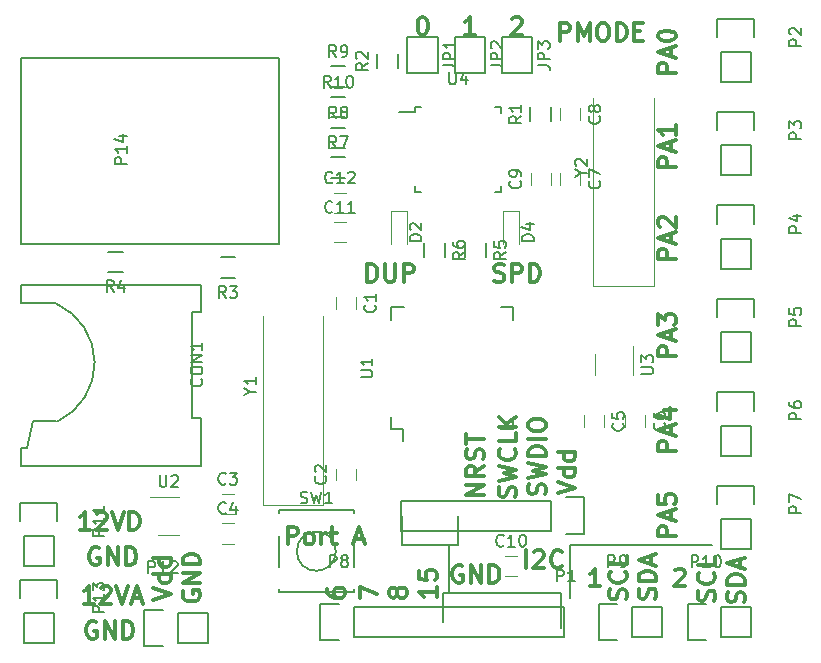
<source format=gbr>
G04 #@! TF.FileFunction,Legend,Top*
%FSLAX46Y46*%
G04 Gerber Fmt 4.6, Leading zero omitted, Abs format (unit mm)*
G04 Created by KiCad (PCBNEW 4.0.6-e0-6349~53~ubuntu16.04.1) date Mon Jul 24 21:03:44 2017*
%MOMM*%
%LPD*%
G01*
G04 APERTURE LIST*
%ADD10C,0.100000*%
%ADD11C,0.300000*%
%ADD12C,0.200000*%
%ADD13C,0.150000*%
%ADD14C,0.120000*%
G04 APERTURE END LIST*
D10*
D11*
X70071429Y-42607143D02*
X70285715Y-42678571D01*
X70642858Y-42678571D01*
X70785715Y-42607143D01*
X70857144Y-42535714D01*
X70928572Y-42392857D01*
X70928572Y-42250000D01*
X70857144Y-42107143D01*
X70785715Y-42035714D01*
X70642858Y-41964286D01*
X70357144Y-41892857D01*
X70214286Y-41821429D01*
X70142858Y-41750000D01*
X70071429Y-41607143D01*
X70071429Y-41464286D01*
X70142858Y-41321429D01*
X70214286Y-41250000D01*
X70357144Y-41178571D01*
X70714286Y-41178571D01*
X70928572Y-41250000D01*
X71571429Y-42678571D02*
X71571429Y-41178571D01*
X72142857Y-41178571D01*
X72285715Y-41250000D01*
X72357143Y-41321429D01*
X72428572Y-41464286D01*
X72428572Y-41678571D01*
X72357143Y-41821429D01*
X72285715Y-41892857D01*
X72142857Y-41964286D01*
X71571429Y-41964286D01*
X73071429Y-42678571D02*
X73071429Y-41178571D01*
X73428572Y-41178571D01*
X73642857Y-41250000D01*
X73785715Y-41392857D01*
X73857143Y-41535714D01*
X73928572Y-41821429D01*
X73928572Y-42035714D01*
X73857143Y-42321429D01*
X73785715Y-42464286D01*
X73642857Y-42607143D01*
X73428572Y-42678571D01*
X73071429Y-42678571D01*
X59321429Y-42678571D02*
X59321429Y-41178571D01*
X59678572Y-41178571D01*
X59892857Y-41250000D01*
X60035715Y-41392857D01*
X60107143Y-41535714D01*
X60178572Y-41821429D01*
X60178572Y-42035714D01*
X60107143Y-42321429D01*
X60035715Y-42464286D01*
X59892857Y-42607143D01*
X59678572Y-42678571D01*
X59321429Y-42678571D01*
X60821429Y-41178571D02*
X60821429Y-42392857D01*
X60892857Y-42535714D01*
X60964286Y-42607143D01*
X61107143Y-42678571D01*
X61392857Y-42678571D01*
X61535715Y-42607143D01*
X61607143Y-42535714D01*
X61678572Y-42392857D01*
X61678572Y-41178571D01*
X62392858Y-42678571D02*
X62392858Y-41178571D01*
X62964286Y-41178571D01*
X63107144Y-41250000D01*
X63178572Y-41321429D01*
X63250001Y-41464286D01*
X63250001Y-41678571D01*
X63178572Y-41821429D01*
X63107144Y-41892857D01*
X62964286Y-41964286D01*
X62392858Y-41964286D01*
X43750000Y-68892857D02*
X43678571Y-69035714D01*
X43678571Y-69250000D01*
X43750000Y-69464285D01*
X43892857Y-69607143D01*
X44035714Y-69678571D01*
X44321429Y-69750000D01*
X44535714Y-69750000D01*
X44821429Y-69678571D01*
X44964286Y-69607143D01*
X45107143Y-69464285D01*
X45178571Y-69250000D01*
X45178571Y-69107143D01*
X45107143Y-68892857D01*
X45035714Y-68821428D01*
X44535714Y-68821428D01*
X44535714Y-69107143D01*
X45178571Y-68178571D02*
X43678571Y-68178571D01*
X45178571Y-67321428D01*
X43678571Y-67321428D01*
X45178571Y-66607142D02*
X43678571Y-66607142D01*
X43678571Y-66249999D01*
X43750000Y-66035714D01*
X43892857Y-65892856D01*
X44035714Y-65821428D01*
X44321429Y-65749999D01*
X44535714Y-65749999D01*
X44821429Y-65821428D01*
X44964286Y-65892856D01*
X45107143Y-66035714D01*
X45178571Y-66249999D01*
X45178571Y-66607142D01*
X41178571Y-69607143D02*
X42678571Y-69107143D01*
X41178571Y-68607143D01*
X42678571Y-67464286D02*
X41178571Y-67464286D01*
X42607143Y-67464286D02*
X42678571Y-67607143D01*
X42678571Y-67892857D01*
X42607143Y-68035715D01*
X42535714Y-68107143D01*
X42392857Y-68178572D01*
X41964286Y-68178572D01*
X41821429Y-68107143D01*
X41750000Y-68035715D01*
X41678571Y-67892857D01*
X41678571Y-67607143D01*
X41750000Y-67464286D01*
X42678571Y-66107143D02*
X41178571Y-66107143D01*
X42607143Y-66107143D02*
X42678571Y-66250000D01*
X42678571Y-66535714D01*
X42607143Y-66678572D01*
X42535714Y-66750000D01*
X42392857Y-66821429D01*
X41964286Y-66821429D01*
X41821429Y-66750000D01*
X41750000Y-66678572D01*
X41678571Y-66535714D01*
X41678571Y-66250000D01*
X41750000Y-66107143D01*
X36357143Y-71500000D02*
X36214286Y-71428571D01*
X36000000Y-71428571D01*
X35785715Y-71500000D01*
X35642857Y-71642857D01*
X35571429Y-71785714D01*
X35500000Y-72071429D01*
X35500000Y-72285714D01*
X35571429Y-72571429D01*
X35642857Y-72714286D01*
X35785715Y-72857143D01*
X36000000Y-72928571D01*
X36142857Y-72928571D01*
X36357143Y-72857143D01*
X36428572Y-72785714D01*
X36428572Y-72285714D01*
X36142857Y-72285714D01*
X37071429Y-72928571D02*
X37071429Y-71428571D01*
X37928572Y-72928571D01*
X37928572Y-71428571D01*
X38642858Y-72928571D02*
X38642858Y-71428571D01*
X39000001Y-71428571D01*
X39214286Y-71500000D01*
X39357144Y-71642857D01*
X39428572Y-71785714D01*
X39500001Y-72071429D01*
X39500001Y-72285714D01*
X39428572Y-72571429D01*
X39357144Y-72714286D01*
X39214286Y-72857143D01*
X39000001Y-72928571D01*
X38642858Y-72928571D01*
X36178572Y-69928571D02*
X35321429Y-69928571D01*
X35750001Y-69928571D02*
X35750001Y-68428571D01*
X35607144Y-68642857D01*
X35464286Y-68785714D01*
X35321429Y-68857143D01*
X36750000Y-68571429D02*
X36821429Y-68500000D01*
X36964286Y-68428571D01*
X37321429Y-68428571D01*
X37464286Y-68500000D01*
X37535715Y-68571429D01*
X37607143Y-68714286D01*
X37607143Y-68857143D01*
X37535715Y-69071429D01*
X36678572Y-69928571D01*
X37607143Y-69928571D01*
X38035714Y-68428571D02*
X38535714Y-69928571D01*
X39035714Y-68428571D01*
X39464285Y-69500000D02*
X40178571Y-69500000D01*
X39321428Y-69928571D02*
X39821428Y-68428571D01*
X40321428Y-69928571D01*
X36607143Y-65250000D02*
X36464286Y-65178571D01*
X36250000Y-65178571D01*
X36035715Y-65250000D01*
X35892857Y-65392857D01*
X35821429Y-65535714D01*
X35750000Y-65821429D01*
X35750000Y-66035714D01*
X35821429Y-66321429D01*
X35892857Y-66464286D01*
X36035715Y-66607143D01*
X36250000Y-66678571D01*
X36392857Y-66678571D01*
X36607143Y-66607143D01*
X36678572Y-66535714D01*
X36678572Y-66035714D01*
X36392857Y-66035714D01*
X37321429Y-66678571D02*
X37321429Y-65178571D01*
X38178572Y-66678571D01*
X38178572Y-65178571D01*
X38892858Y-66678571D02*
X38892858Y-65178571D01*
X39250001Y-65178571D01*
X39464286Y-65250000D01*
X39607144Y-65392857D01*
X39678572Y-65535714D01*
X39750001Y-65821429D01*
X39750001Y-66035714D01*
X39678572Y-66321429D01*
X39607144Y-66464286D01*
X39464286Y-66607143D01*
X39250001Y-66678571D01*
X38892858Y-66678571D01*
X35821429Y-63678571D02*
X34964286Y-63678571D01*
X35392858Y-63678571D02*
X35392858Y-62178571D01*
X35250001Y-62392857D01*
X35107143Y-62535714D01*
X34964286Y-62607143D01*
X36392857Y-62321429D02*
X36464286Y-62250000D01*
X36607143Y-62178571D01*
X36964286Y-62178571D01*
X37107143Y-62250000D01*
X37178572Y-62321429D01*
X37250000Y-62464286D01*
X37250000Y-62607143D01*
X37178572Y-62821429D01*
X36321429Y-63678571D01*
X37250000Y-63678571D01*
X37678571Y-62178571D02*
X38178571Y-63678571D01*
X38678571Y-62178571D01*
X39178571Y-63678571D02*
X39178571Y-62178571D01*
X39535714Y-62178571D01*
X39749999Y-62250000D01*
X39892857Y-62392857D01*
X39964285Y-62535714D01*
X40035714Y-62821429D01*
X40035714Y-63035714D01*
X39964285Y-63321429D01*
X39892857Y-63464286D01*
X39749999Y-63607143D01*
X39535714Y-63678571D01*
X39178571Y-63678571D01*
X85428571Y-64249999D02*
X83928571Y-64249999D01*
X83928571Y-63678571D01*
X84000000Y-63535713D01*
X84071429Y-63464285D01*
X84214286Y-63392856D01*
X84428571Y-63392856D01*
X84571429Y-63464285D01*
X84642857Y-63535713D01*
X84714286Y-63678571D01*
X84714286Y-64249999D01*
X85000000Y-62821428D02*
X85000000Y-62107142D01*
X85428571Y-62964285D02*
X83928571Y-62464285D01*
X85428571Y-61964285D01*
X83928571Y-60749999D02*
X83928571Y-61464285D01*
X84642857Y-61535714D01*
X84571429Y-61464285D01*
X84500000Y-61321428D01*
X84500000Y-60964285D01*
X84571429Y-60821428D01*
X84642857Y-60749999D01*
X84785714Y-60678571D01*
X85142857Y-60678571D01*
X85285714Y-60749999D01*
X85357143Y-60821428D01*
X85428571Y-60964285D01*
X85428571Y-61321428D01*
X85357143Y-61464285D01*
X85285714Y-61535714D01*
X85428571Y-56999999D02*
X83928571Y-56999999D01*
X83928571Y-56428571D01*
X84000000Y-56285713D01*
X84071429Y-56214285D01*
X84214286Y-56142856D01*
X84428571Y-56142856D01*
X84571429Y-56214285D01*
X84642857Y-56285713D01*
X84714286Y-56428571D01*
X84714286Y-56999999D01*
X85000000Y-55571428D02*
X85000000Y-54857142D01*
X85428571Y-55714285D02*
X83928571Y-55214285D01*
X85428571Y-54714285D01*
X84428571Y-53571428D02*
X85428571Y-53571428D01*
X83857143Y-53928571D02*
X84928571Y-54285714D01*
X84928571Y-53357142D01*
X85428571Y-48999999D02*
X83928571Y-48999999D01*
X83928571Y-48428571D01*
X84000000Y-48285713D01*
X84071429Y-48214285D01*
X84214286Y-48142856D01*
X84428571Y-48142856D01*
X84571429Y-48214285D01*
X84642857Y-48285713D01*
X84714286Y-48428571D01*
X84714286Y-48999999D01*
X85000000Y-47571428D02*
X85000000Y-46857142D01*
X85428571Y-47714285D02*
X83928571Y-47214285D01*
X85428571Y-46714285D01*
X83928571Y-46357142D02*
X83928571Y-45428571D01*
X84500000Y-45928571D01*
X84500000Y-45714285D01*
X84571429Y-45571428D01*
X84642857Y-45499999D01*
X84785714Y-45428571D01*
X85142857Y-45428571D01*
X85285714Y-45499999D01*
X85357143Y-45571428D01*
X85428571Y-45714285D01*
X85428571Y-46142857D01*
X85357143Y-46285714D01*
X85285714Y-46357142D01*
X85428571Y-40749999D02*
X83928571Y-40749999D01*
X83928571Y-40178571D01*
X84000000Y-40035713D01*
X84071429Y-39964285D01*
X84214286Y-39892856D01*
X84428571Y-39892856D01*
X84571429Y-39964285D01*
X84642857Y-40035713D01*
X84714286Y-40178571D01*
X84714286Y-40749999D01*
X85000000Y-39321428D02*
X85000000Y-38607142D01*
X85428571Y-39464285D02*
X83928571Y-38964285D01*
X85428571Y-38464285D01*
X84071429Y-38035714D02*
X84000000Y-37964285D01*
X83928571Y-37821428D01*
X83928571Y-37464285D01*
X84000000Y-37321428D01*
X84071429Y-37249999D01*
X84214286Y-37178571D01*
X84357143Y-37178571D01*
X84571429Y-37249999D01*
X85428571Y-38107142D01*
X85428571Y-37178571D01*
X85428571Y-32999999D02*
X83928571Y-32999999D01*
X83928571Y-32428571D01*
X84000000Y-32285713D01*
X84071429Y-32214285D01*
X84214286Y-32142856D01*
X84428571Y-32142856D01*
X84571429Y-32214285D01*
X84642857Y-32285713D01*
X84714286Y-32428571D01*
X84714286Y-32999999D01*
X85000000Y-31571428D02*
X85000000Y-30857142D01*
X85428571Y-31714285D02*
X83928571Y-31214285D01*
X85428571Y-30714285D01*
X85428571Y-29428571D02*
X85428571Y-30285714D01*
X85428571Y-29857142D02*
X83928571Y-29857142D01*
X84142857Y-29999999D01*
X84285714Y-30142857D01*
X84357143Y-30285714D01*
X85428571Y-24999999D02*
X83928571Y-24999999D01*
X83928571Y-24428571D01*
X84000000Y-24285713D01*
X84071429Y-24214285D01*
X84214286Y-24142856D01*
X84428571Y-24142856D01*
X84571429Y-24214285D01*
X84642857Y-24285713D01*
X84714286Y-24428571D01*
X84714286Y-24999999D01*
X85000000Y-23571428D02*
X85000000Y-22857142D01*
X85428571Y-23714285D02*
X83928571Y-23214285D01*
X85428571Y-22714285D01*
X83928571Y-21928571D02*
X83928571Y-21785714D01*
X84000000Y-21642857D01*
X84071429Y-21571428D01*
X84214286Y-21499999D01*
X84500000Y-21428571D01*
X84857143Y-21428571D01*
X85142857Y-21499999D01*
X85285714Y-21571428D01*
X85357143Y-21642857D01*
X85428571Y-21785714D01*
X85428571Y-21928571D01*
X85357143Y-22071428D01*
X85285714Y-22142857D01*
X85142857Y-22214285D01*
X84857143Y-22285714D01*
X84500000Y-22285714D01*
X84214286Y-22214285D01*
X84071429Y-22142857D01*
X84000000Y-22071428D01*
X83928571Y-21928571D01*
D12*
X66250000Y-65000000D02*
X66250000Y-69000000D01*
D11*
X65178571Y-68535714D02*
X65178571Y-69392857D01*
X65178571Y-68964285D02*
X63678571Y-68964285D01*
X63892857Y-69107142D01*
X64035714Y-69250000D01*
X64107143Y-69392857D01*
X63678571Y-67178571D02*
X63678571Y-67892857D01*
X64392857Y-67964286D01*
X64321429Y-67892857D01*
X64250000Y-67750000D01*
X64250000Y-67392857D01*
X64321429Y-67250000D01*
X64392857Y-67178571D01*
X64535714Y-67107143D01*
X64892857Y-67107143D01*
X65035714Y-67178571D01*
X65107143Y-67250000D01*
X65178571Y-67392857D01*
X65178571Y-67750000D01*
X65107143Y-67892857D01*
X65035714Y-67964286D01*
X61821429Y-69142856D02*
X61750000Y-69285714D01*
X61678571Y-69357142D01*
X61535714Y-69428571D01*
X61464286Y-69428571D01*
X61321429Y-69357142D01*
X61250000Y-69285714D01*
X61178571Y-69142856D01*
X61178571Y-68857142D01*
X61250000Y-68714285D01*
X61321429Y-68642856D01*
X61464286Y-68571428D01*
X61535714Y-68571428D01*
X61678571Y-68642856D01*
X61750000Y-68714285D01*
X61821429Y-68857142D01*
X61821429Y-69142856D01*
X61892857Y-69285714D01*
X61964286Y-69357142D01*
X62107143Y-69428571D01*
X62392857Y-69428571D01*
X62535714Y-69357142D01*
X62607143Y-69285714D01*
X62678571Y-69142856D01*
X62678571Y-68857142D01*
X62607143Y-68714285D01*
X62535714Y-68642856D01*
X62392857Y-68571428D01*
X62107143Y-68571428D01*
X61964286Y-68642856D01*
X61892857Y-68714285D01*
X61821429Y-68857142D01*
X58678571Y-69499999D02*
X58678571Y-68499999D01*
X60178571Y-69142856D01*
X55928571Y-68714285D02*
X55928571Y-68999999D01*
X56000000Y-69142856D01*
X56071429Y-69214285D01*
X56285714Y-69357142D01*
X56571429Y-69428571D01*
X57142857Y-69428571D01*
X57285714Y-69357142D01*
X57357143Y-69285714D01*
X57428571Y-69142856D01*
X57428571Y-68857142D01*
X57357143Y-68714285D01*
X57285714Y-68642856D01*
X57142857Y-68571428D01*
X56785714Y-68571428D01*
X56642857Y-68642856D01*
X56571429Y-68714285D01*
X56500000Y-68857142D01*
X56500000Y-69142856D01*
X56571429Y-69285714D01*
X56642857Y-69357142D01*
X56785714Y-69428571D01*
X52571429Y-64928571D02*
X52571429Y-63428571D01*
X53142857Y-63428571D01*
X53285715Y-63500000D01*
X53357143Y-63571429D01*
X53428572Y-63714286D01*
X53428572Y-63928571D01*
X53357143Y-64071429D01*
X53285715Y-64142857D01*
X53142857Y-64214286D01*
X52571429Y-64214286D01*
X54285715Y-64928571D02*
X54142857Y-64857143D01*
X54071429Y-64785714D01*
X54000000Y-64642857D01*
X54000000Y-64214286D01*
X54071429Y-64071429D01*
X54142857Y-64000000D01*
X54285715Y-63928571D01*
X54500000Y-63928571D01*
X54642857Y-64000000D01*
X54714286Y-64071429D01*
X54785715Y-64214286D01*
X54785715Y-64642857D01*
X54714286Y-64785714D01*
X54642857Y-64857143D01*
X54500000Y-64928571D01*
X54285715Y-64928571D01*
X55428572Y-64928571D02*
X55428572Y-63928571D01*
X55428572Y-64214286D02*
X55500000Y-64071429D01*
X55571429Y-64000000D01*
X55714286Y-63928571D01*
X55857143Y-63928571D01*
X56142857Y-63928571D02*
X56714286Y-63928571D01*
X56357143Y-63428571D02*
X56357143Y-64714286D01*
X56428571Y-64857143D01*
X56571429Y-64928571D01*
X56714286Y-64928571D01*
X58285714Y-64500000D02*
X59000000Y-64500000D01*
X58142857Y-64928571D02*
X58642857Y-63428571D01*
X59142857Y-64928571D01*
D12*
X67000000Y-65000000D02*
X67000000Y-62500000D01*
X62250000Y-65000000D02*
X67000000Y-65000000D01*
X62250000Y-62500000D02*
X62250000Y-65000000D01*
D11*
X69178571Y-60714285D02*
X67678571Y-60714285D01*
X69178571Y-59857142D01*
X67678571Y-59857142D01*
X69178571Y-58285713D02*
X68464286Y-58785713D01*
X69178571Y-59142856D02*
X67678571Y-59142856D01*
X67678571Y-58571428D01*
X67750000Y-58428570D01*
X67821429Y-58357142D01*
X67964286Y-58285713D01*
X68178571Y-58285713D01*
X68321429Y-58357142D01*
X68392857Y-58428570D01*
X68464286Y-58571428D01*
X68464286Y-59142856D01*
X69107143Y-57714285D02*
X69178571Y-57499999D01*
X69178571Y-57142856D01*
X69107143Y-56999999D01*
X69035714Y-56928570D01*
X68892857Y-56857142D01*
X68750000Y-56857142D01*
X68607143Y-56928570D01*
X68535714Y-56999999D01*
X68464286Y-57142856D01*
X68392857Y-57428570D01*
X68321429Y-57571428D01*
X68250000Y-57642856D01*
X68107143Y-57714285D01*
X67964286Y-57714285D01*
X67821429Y-57642856D01*
X67750000Y-57571428D01*
X67678571Y-57428570D01*
X67678571Y-57071428D01*
X67750000Y-56857142D01*
X67678571Y-56428571D02*
X67678571Y-55571428D01*
X69178571Y-55999999D02*
X67678571Y-55999999D01*
X71857143Y-60892857D02*
X71928571Y-60678571D01*
X71928571Y-60321428D01*
X71857143Y-60178571D01*
X71785714Y-60107142D01*
X71642857Y-60035714D01*
X71500000Y-60035714D01*
X71357143Y-60107142D01*
X71285714Y-60178571D01*
X71214286Y-60321428D01*
X71142857Y-60607142D01*
X71071429Y-60750000D01*
X71000000Y-60821428D01*
X70857143Y-60892857D01*
X70714286Y-60892857D01*
X70571429Y-60821428D01*
X70500000Y-60750000D01*
X70428571Y-60607142D01*
X70428571Y-60250000D01*
X70500000Y-60035714D01*
X70428571Y-59535714D02*
X71928571Y-59178571D01*
X70857143Y-58892857D01*
X71928571Y-58607143D01*
X70428571Y-58250000D01*
X71785714Y-56821428D02*
X71857143Y-56892857D01*
X71928571Y-57107143D01*
X71928571Y-57250000D01*
X71857143Y-57464285D01*
X71714286Y-57607143D01*
X71571429Y-57678571D01*
X71285714Y-57750000D01*
X71071429Y-57750000D01*
X70785714Y-57678571D01*
X70642857Y-57607143D01*
X70500000Y-57464285D01*
X70428571Y-57250000D01*
X70428571Y-57107143D01*
X70500000Y-56892857D01*
X70571429Y-56821428D01*
X71928571Y-55464285D02*
X71928571Y-56178571D01*
X70428571Y-56178571D01*
X71928571Y-54964285D02*
X70428571Y-54964285D01*
X71928571Y-54107142D02*
X71071429Y-54749999D01*
X70428571Y-54107142D02*
X71285714Y-54964285D01*
X74357143Y-60678572D02*
X74428571Y-60464286D01*
X74428571Y-60107143D01*
X74357143Y-59964286D01*
X74285714Y-59892857D01*
X74142857Y-59821429D01*
X74000000Y-59821429D01*
X73857143Y-59892857D01*
X73785714Y-59964286D01*
X73714286Y-60107143D01*
X73642857Y-60392857D01*
X73571429Y-60535715D01*
X73500000Y-60607143D01*
X73357143Y-60678572D01*
X73214286Y-60678572D01*
X73071429Y-60607143D01*
X73000000Y-60535715D01*
X72928571Y-60392857D01*
X72928571Y-60035715D01*
X73000000Y-59821429D01*
X72928571Y-59321429D02*
X74428571Y-58964286D01*
X73357143Y-58678572D01*
X74428571Y-58392858D01*
X72928571Y-58035715D01*
X74428571Y-57464286D02*
X72928571Y-57464286D01*
X72928571Y-57107143D01*
X73000000Y-56892858D01*
X73142857Y-56750000D01*
X73285714Y-56678572D01*
X73571429Y-56607143D01*
X73785714Y-56607143D01*
X74071429Y-56678572D01*
X74214286Y-56750000D01*
X74357143Y-56892858D01*
X74428571Y-57107143D01*
X74428571Y-57464286D01*
X74428571Y-55964286D02*
X72928571Y-55964286D01*
X72928571Y-54964286D02*
X72928571Y-54678572D01*
X73000000Y-54535714D01*
X73142857Y-54392857D01*
X73428571Y-54321429D01*
X73928571Y-54321429D01*
X74214286Y-54392857D01*
X74357143Y-54535714D01*
X74428571Y-54678572D01*
X74428571Y-54964286D01*
X74357143Y-55107143D01*
X74214286Y-55250000D01*
X73928571Y-55321429D01*
X73428571Y-55321429D01*
X73142857Y-55250000D01*
X73000000Y-55107143D01*
X72928571Y-54964286D01*
X75428571Y-60607143D02*
X76928571Y-60107143D01*
X75428571Y-59607143D01*
X76928571Y-58464286D02*
X75428571Y-58464286D01*
X76857143Y-58464286D02*
X76928571Y-58607143D01*
X76928571Y-58892857D01*
X76857143Y-59035715D01*
X76785714Y-59107143D01*
X76642857Y-59178572D01*
X76214286Y-59178572D01*
X76071429Y-59107143D01*
X76000000Y-59035715D01*
X75928571Y-58892857D01*
X75928571Y-58607143D01*
X76000000Y-58464286D01*
X76928571Y-57107143D02*
X75428571Y-57107143D01*
X76857143Y-57107143D02*
X76928571Y-57250000D01*
X76928571Y-57535714D01*
X76857143Y-57678572D01*
X76785714Y-57750000D01*
X76642857Y-57821429D01*
X76214286Y-57821429D01*
X76071429Y-57750000D01*
X76000000Y-57678572D01*
X75928571Y-57535714D01*
X75928571Y-57250000D01*
X76000000Y-57107143D01*
D12*
X75750000Y-69000000D02*
X75750000Y-72000000D01*
X65750000Y-69000000D02*
X75750000Y-69000000D01*
X65750000Y-71500000D02*
X65750000Y-69000000D01*
D11*
X67357143Y-66750000D02*
X67214286Y-66678571D01*
X67000000Y-66678571D01*
X66785715Y-66750000D01*
X66642857Y-66892857D01*
X66571429Y-67035714D01*
X66500000Y-67321429D01*
X66500000Y-67535714D01*
X66571429Y-67821429D01*
X66642857Y-67964286D01*
X66785715Y-68107143D01*
X67000000Y-68178571D01*
X67142857Y-68178571D01*
X67357143Y-68107143D01*
X67428572Y-68035714D01*
X67428572Y-67535714D01*
X67142857Y-67535714D01*
X68071429Y-68178571D02*
X68071429Y-66678571D01*
X68928572Y-68178571D01*
X68928572Y-66678571D01*
X69642858Y-68178571D02*
X69642858Y-66678571D01*
X70000001Y-66678571D01*
X70214286Y-66750000D01*
X70357144Y-66892857D01*
X70428572Y-67035714D01*
X70500001Y-67321429D01*
X70500001Y-67535714D01*
X70428572Y-67821429D01*
X70357144Y-67964286D01*
X70214286Y-68107143D01*
X70000001Y-68178571D01*
X69642858Y-68178571D01*
D12*
X76500000Y-65000000D02*
X88500000Y-65000000D01*
X76500000Y-69500000D02*
X76500000Y-65000000D01*
D11*
X85371429Y-67121429D02*
X85442858Y-67050000D01*
X85585715Y-66978571D01*
X85942858Y-66978571D01*
X86085715Y-67050000D01*
X86157144Y-67121429D01*
X86228572Y-67264286D01*
X86228572Y-67407143D01*
X86157144Y-67621429D01*
X85300001Y-68478571D01*
X86228572Y-68478571D01*
X79028572Y-68478571D02*
X78171429Y-68478571D01*
X78600001Y-68478571D02*
X78600001Y-66978571D01*
X78457144Y-67192857D01*
X78314286Y-67335714D01*
X78171429Y-67407143D01*
X81207143Y-69585714D02*
X81278571Y-69371428D01*
X81278571Y-69014285D01*
X81207143Y-68871428D01*
X81135714Y-68799999D01*
X80992857Y-68728571D01*
X80850000Y-68728571D01*
X80707143Y-68799999D01*
X80635714Y-68871428D01*
X80564286Y-69014285D01*
X80492857Y-69299999D01*
X80421429Y-69442857D01*
X80350000Y-69514285D01*
X80207143Y-69585714D01*
X80064286Y-69585714D01*
X79921429Y-69514285D01*
X79850000Y-69442857D01*
X79778571Y-69299999D01*
X79778571Y-68942857D01*
X79850000Y-68728571D01*
X81135714Y-67228571D02*
X81207143Y-67300000D01*
X81278571Y-67514286D01*
X81278571Y-67657143D01*
X81207143Y-67871428D01*
X81064286Y-68014286D01*
X80921429Y-68085714D01*
X80635714Y-68157143D01*
X80421429Y-68157143D01*
X80135714Y-68085714D01*
X79992857Y-68014286D01*
X79850000Y-67871428D01*
X79778571Y-67657143D01*
X79778571Y-67514286D01*
X79850000Y-67300000D01*
X79921429Y-67228571D01*
X81278571Y-65871428D02*
X81278571Y-66585714D01*
X79778571Y-66585714D01*
X91207143Y-69821428D02*
X91278571Y-69607142D01*
X91278571Y-69249999D01*
X91207143Y-69107142D01*
X91135714Y-69035713D01*
X90992857Y-68964285D01*
X90850000Y-68964285D01*
X90707143Y-69035713D01*
X90635714Y-69107142D01*
X90564286Y-69249999D01*
X90492857Y-69535713D01*
X90421429Y-69678571D01*
X90350000Y-69749999D01*
X90207143Y-69821428D01*
X90064286Y-69821428D01*
X89921429Y-69749999D01*
X89850000Y-69678571D01*
X89778571Y-69535713D01*
X89778571Y-69178571D01*
X89850000Y-68964285D01*
X91278571Y-68321428D02*
X89778571Y-68321428D01*
X89778571Y-67964285D01*
X89850000Y-67750000D01*
X89992857Y-67607142D01*
X90135714Y-67535714D01*
X90421429Y-67464285D01*
X90635714Y-67464285D01*
X90921429Y-67535714D01*
X91064286Y-67607142D01*
X91207143Y-67750000D01*
X91278571Y-67964285D01*
X91278571Y-68321428D01*
X90850000Y-66892857D02*
X90850000Y-66178571D01*
X91278571Y-67035714D02*
X89778571Y-66535714D01*
X91278571Y-66035714D01*
X88707143Y-69685714D02*
X88778571Y-69471428D01*
X88778571Y-69114285D01*
X88707143Y-68971428D01*
X88635714Y-68899999D01*
X88492857Y-68828571D01*
X88350000Y-68828571D01*
X88207143Y-68899999D01*
X88135714Y-68971428D01*
X88064286Y-69114285D01*
X87992857Y-69399999D01*
X87921429Y-69542857D01*
X87850000Y-69614285D01*
X87707143Y-69685714D01*
X87564286Y-69685714D01*
X87421429Y-69614285D01*
X87350000Y-69542857D01*
X87278571Y-69399999D01*
X87278571Y-69042857D01*
X87350000Y-68828571D01*
X88635714Y-67328571D02*
X88707143Y-67400000D01*
X88778571Y-67614286D01*
X88778571Y-67757143D01*
X88707143Y-67971428D01*
X88564286Y-68114286D01*
X88421429Y-68185714D01*
X88135714Y-68257143D01*
X87921429Y-68257143D01*
X87635714Y-68185714D01*
X87492857Y-68114286D01*
X87350000Y-67971428D01*
X87278571Y-67757143D01*
X87278571Y-67614286D01*
X87350000Y-67400000D01*
X87421429Y-67328571D01*
X88778571Y-65971428D02*
X88778571Y-66685714D01*
X87278571Y-66685714D01*
X83707143Y-69521428D02*
X83778571Y-69307142D01*
X83778571Y-68949999D01*
X83707143Y-68807142D01*
X83635714Y-68735713D01*
X83492857Y-68664285D01*
X83350000Y-68664285D01*
X83207143Y-68735713D01*
X83135714Y-68807142D01*
X83064286Y-68949999D01*
X82992857Y-69235713D01*
X82921429Y-69378571D01*
X82850000Y-69449999D01*
X82707143Y-69521428D01*
X82564286Y-69521428D01*
X82421429Y-69449999D01*
X82350000Y-69378571D01*
X82278571Y-69235713D01*
X82278571Y-68878571D01*
X82350000Y-68664285D01*
X83778571Y-68021428D02*
X82278571Y-68021428D01*
X82278571Y-67664285D01*
X82350000Y-67450000D01*
X82492857Y-67307142D01*
X82635714Y-67235714D01*
X82921429Y-67164285D01*
X83135714Y-67164285D01*
X83421429Y-67235714D01*
X83564286Y-67307142D01*
X83707143Y-67450000D01*
X83778571Y-67664285D01*
X83778571Y-68021428D01*
X83350000Y-66592857D02*
X83350000Y-65878571D01*
X83778571Y-66735714D02*
X82278571Y-66235714D01*
X83778571Y-65735714D01*
X72785715Y-66928571D02*
X72785715Y-65428571D01*
X73428572Y-65571429D02*
X73500001Y-65500000D01*
X73642858Y-65428571D01*
X74000001Y-65428571D01*
X74142858Y-65500000D01*
X74214287Y-65571429D01*
X74285715Y-65714286D01*
X74285715Y-65857143D01*
X74214287Y-66071429D01*
X73357144Y-66928571D01*
X74285715Y-66928571D01*
X75785715Y-66785714D02*
X75714286Y-66857143D01*
X75500000Y-66928571D01*
X75357143Y-66928571D01*
X75142858Y-66857143D01*
X75000000Y-66714286D01*
X74928572Y-66571429D01*
X74857143Y-66285714D01*
X74857143Y-66071429D01*
X74928572Y-65785714D01*
X75000000Y-65642857D01*
X75142858Y-65500000D01*
X75357143Y-65428571D01*
X75500000Y-65428571D01*
X75714286Y-65500000D01*
X75785715Y-65571429D01*
X71571429Y-20421429D02*
X71642858Y-20350000D01*
X71785715Y-20278571D01*
X72142858Y-20278571D01*
X72285715Y-20350000D01*
X72357144Y-20421429D01*
X72428572Y-20564286D01*
X72428572Y-20707143D01*
X72357144Y-20921429D01*
X71500001Y-21778571D01*
X72428572Y-21778571D01*
X63928572Y-20278571D02*
X64071429Y-20278571D01*
X64214286Y-20350000D01*
X64285715Y-20421429D01*
X64357144Y-20564286D01*
X64428572Y-20850000D01*
X64428572Y-21207143D01*
X64357144Y-21492857D01*
X64285715Y-21635714D01*
X64214286Y-21707143D01*
X64071429Y-21778571D01*
X63928572Y-21778571D01*
X63785715Y-21707143D01*
X63714286Y-21635714D01*
X63642858Y-21492857D01*
X63571429Y-21207143D01*
X63571429Y-20850000D01*
X63642858Y-20564286D01*
X63714286Y-20421429D01*
X63785715Y-20350000D01*
X63928572Y-20278571D01*
X68428572Y-21778571D02*
X67571429Y-21778571D01*
X68000001Y-21778571D02*
X68000001Y-20278571D01*
X67857144Y-20492857D01*
X67714286Y-20635714D01*
X67571429Y-20707143D01*
X75635714Y-22278571D02*
X75635714Y-20778571D01*
X76207142Y-20778571D01*
X76350000Y-20850000D01*
X76421428Y-20921429D01*
X76492857Y-21064286D01*
X76492857Y-21278571D01*
X76421428Y-21421429D01*
X76350000Y-21492857D01*
X76207142Y-21564286D01*
X75635714Y-21564286D01*
X77135714Y-22278571D02*
X77135714Y-20778571D01*
X77635714Y-21850000D01*
X78135714Y-20778571D01*
X78135714Y-22278571D01*
X79135714Y-20778571D02*
X79421428Y-20778571D01*
X79564286Y-20850000D01*
X79707143Y-20992857D01*
X79778571Y-21278571D01*
X79778571Y-21778571D01*
X79707143Y-22064286D01*
X79564286Y-22207143D01*
X79421428Y-22278571D01*
X79135714Y-22278571D01*
X78992857Y-22207143D01*
X78850000Y-22064286D01*
X78778571Y-21778571D01*
X78778571Y-21278571D01*
X78850000Y-20992857D01*
X78992857Y-20850000D01*
X79135714Y-20778571D01*
X80421429Y-22278571D02*
X80421429Y-20778571D01*
X80778572Y-20778571D01*
X80992857Y-20850000D01*
X81135715Y-20992857D01*
X81207143Y-21135714D01*
X81278572Y-21421429D01*
X81278572Y-21635714D01*
X81207143Y-21921429D01*
X81135715Y-22064286D01*
X80992857Y-22207143D01*
X80778572Y-22278571D01*
X80421429Y-22278571D01*
X81921429Y-21492857D02*
X82421429Y-21492857D01*
X82635715Y-22278571D02*
X81921429Y-22278571D01*
X81921429Y-20778571D01*
X82635715Y-20778571D01*
D13*
X63375000Y-27875000D02*
X63375000Y-28325000D01*
X70625000Y-27875000D02*
X70625000Y-28400000D01*
X70625000Y-35125000D02*
X70625000Y-34600000D01*
X63375000Y-35125000D02*
X63375000Y-34600000D01*
X63375000Y-27875000D02*
X63900000Y-27875000D01*
X63375000Y-35125000D02*
X63900000Y-35125000D01*
X70625000Y-35125000D02*
X70100000Y-35125000D01*
X70625000Y-27875000D02*
X70100000Y-27875000D01*
X63375000Y-28325000D02*
X62000000Y-28325000D01*
D14*
X58350000Y-45000000D02*
X58350000Y-44000000D01*
X56650000Y-44000000D02*
X56650000Y-45000000D01*
X56650000Y-58500000D02*
X56650000Y-59500000D01*
X58350000Y-59500000D02*
X58350000Y-58500000D01*
X48000000Y-60650000D02*
X47000000Y-60650000D01*
X47000000Y-62350000D02*
X48000000Y-62350000D01*
X48000000Y-63150000D02*
X47000000Y-63150000D01*
X47000000Y-64850000D02*
X48000000Y-64850000D01*
X79350000Y-55000000D02*
X79350000Y-54000000D01*
X77650000Y-54000000D02*
X77650000Y-55000000D01*
X82850000Y-55000000D02*
X82850000Y-54000000D01*
X81150000Y-54000000D02*
X81150000Y-55000000D01*
X77350000Y-34500000D02*
X77350000Y-33500000D01*
X75650000Y-33500000D02*
X75650000Y-34500000D01*
X77350000Y-29000000D02*
X77350000Y-28000000D01*
X75650000Y-28000000D02*
X75650000Y-29000000D01*
X57500000Y-37650000D02*
X56500000Y-37650000D01*
X56500000Y-39350000D02*
X57500000Y-39350000D01*
X57500000Y-35150000D02*
X56500000Y-35150000D01*
X56500000Y-36850000D02*
X57500000Y-36850000D01*
D13*
X45250000Y-43000000D02*
X43000000Y-43000000D01*
X45250000Y-45250000D02*
X45250000Y-43000000D01*
X44500000Y-45250000D02*
X45250000Y-45250000D01*
X44500000Y-54250000D02*
X44500000Y-45250000D01*
X45250000Y-54250000D02*
X44500000Y-54250000D01*
X45250000Y-58250000D02*
X45250000Y-54250000D01*
X43000000Y-58250000D02*
X45250000Y-58250000D01*
X43000000Y-58250000D02*
X30000000Y-58250000D01*
X30000000Y-43000000D02*
X43000000Y-43000000D01*
X30000000Y-44500000D02*
X30000000Y-43000000D01*
X33000000Y-44500000D02*
X30000000Y-44500000D01*
X33097167Y-54499999D02*
G75*
G03X33000000Y-44544870I-2347167J4955129D01*
G01*
X31000000Y-54500000D02*
X33000000Y-54500000D01*
X30500000Y-56750000D02*
X31000000Y-54500000D01*
X30000000Y-56750000D02*
X30500000Y-56750000D01*
X30000000Y-58250000D02*
X30000000Y-56750000D01*
D14*
X62700000Y-36700000D02*
X61300000Y-36700000D01*
X61300000Y-36700000D02*
X61300000Y-39500000D01*
X62700000Y-36700000D02*
X62700000Y-39500000D01*
X72200000Y-36700000D02*
X70800000Y-36700000D01*
X70800000Y-36700000D02*
X70800000Y-39500000D01*
X72200000Y-36700000D02*
X72200000Y-39500000D01*
D13*
X62900000Y-22000000D02*
X65300000Y-22000000D01*
X65300000Y-22000000D02*
X65300000Y-25000000D01*
X65300000Y-25000000D02*
X62700000Y-25000000D01*
X62700000Y-25000000D02*
X62700000Y-22000000D01*
X62700000Y-22000000D02*
X62900000Y-22000000D01*
X66900000Y-22000000D02*
X69300000Y-22000000D01*
X69300000Y-22000000D02*
X69300000Y-25000000D01*
X69300000Y-25000000D02*
X66700000Y-25000000D01*
X66700000Y-25000000D02*
X66700000Y-22000000D01*
X66700000Y-22000000D02*
X66900000Y-22000000D01*
X70900000Y-22000000D02*
X73300000Y-22000000D01*
X73300000Y-22000000D02*
X73300000Y-25000000D01*
X73300000Y-25000000D02*
X70700000Y-25000000D01*
X70700000Y-25000000D02*
X70700000Y-22000000D01*
X70700000Y-22000000D02*
X70900000Y-22000000D01*
X74850000Y-61230000D02*
X62150000Y-61230000D01*
X62150000Y-61230000D02*
X62150000Y-63770000D01*
X62150000Y-63770000D02*
X74850000Y-63770000D01*
X77670000Y-60950000D02*
X76120000Y-60950000D01*
X74850000Y-61230000D02*
X74850000Y-63770000D01*
X76120000Y-64050000D02*
X77670000Y-64050000D01*
X77670000Y-64050000D02*
X77670000Y-60950000D01*
X88950000Y-20410000D02*
X88950000Y-21960000D01*
X89230000Y-25770000D02*
X89230000Y-23230000D01*
X89230000Y-23230000D02*
X91770000Y-23230000D01*
X92050000Y-21960000D02*
X92050000Y-20410000D01*
X92050000Y-20410000D02*
X88950000Y-20410000D01*
X91770000Y-23230000D02*
X91770000Y-25770000D01*
X91770000Y-25770000D02*
X89230000Y-25770000D01*
X88950000Y-28318000D02*
X88950000Y-29868000D01*
X89230000Y-33678000D02*
X89230000Y-31138000D01*
X89230000Y-31138000D02*
X91770000Y-31138000D01*
X92050000Y-29868000D02*
X92050000Y-28318000D01*
X92050000Y-28318000D02*
X88950000Y-28318000D01*
X91770000Y-31138000D02*
X91770000Y-33678000D01*
X91770000Y-33678000D02*
X89230000Y-33678000D01*
X88950000Y-36226000D02*
X88950000Y-37776000D01*
X89230000Y-41586000D02*
X89230000Y-39046000D01*
X89230000Y-39046000D02*
X91770000Y-39046000D01*
X92050000Y-37776000D02*
X92050000Y-36226000D01*
X92050000Y-36226000D02*
X88950000Y-36226000D01*
X91770000Y-39046000D02*
X91770000Y-41586000D01*
X91770000Y-41586000D02*
X89230000Y-41586000D01*
X88950000Y-44134000D02*
X88950000Y-45684000D01*
X89230000Y-49494000D02*
X89230000Y-46954000D01*
X89230000Y-46954000D02*
X91770000Y-46954000D01*
X92050000Y-45684000D02*
X92050000Y-44134000D01*
X92050000Y-44134000D02*
X88950000Y-44134000D01*
X91770000Y-46954000D02*
X91770000Y-49494000D01*
X91770000Y-49494000D02*
X89230000Y-49494000D01*
X88950000Y-52042000D02*
X88950000Y-53592000D01*
X89230000Y-57402000D02*
X89230000Y-54862000D01*
X89230000Y-54862000D02*
X91770000Y-54862000D01*
X92050000Y-53592000D02*
X92050000Y-52042000D01*
X92050000Y-52042000D02*
X88950000Y-52042000D01*
X91770000Y-54862000D02*
X91770000Y-57402000D01*
X91770000Y-57402000D02*
X89230000Y-57402000D01*
X88950000Y-59950000D02*
X88950000Y-61500000D01*
X89230000Y-65310000D02*
X89230000Y-62770000D01*
X89230000Y-62770000D02*
X91770000Y-62770000D01*
X92050000Y-61500000D02*
X92050000Y-59950000D01*
X92050000Y-59950000D02*
X88950000Y-59950000D01*
X91770000Y-62770000D02*
X91770000Y-65310000D01*
X91770000Y-65310000D02*
X89230000Y-65310000D01*
X58150000Y-72770000D02*
X75930000Y-72770000D01*
X75930000Y-72770000D02*
X75930000Y-70230000D01*
X75930000Y-70230000D02*
X58150000Y-70230000D01*
X55330000Y-73050000D02*
X56880000Y-73050000D01*
X58150000Y-72770000D02*
X58150000Y-70230000D01*
X56880000Y-69950000D02*
X55330000Y-69950000D01*
X55330000Y-69950000D02*
X55330000Y-73050000D01*
X78910000Y-73050000D02*
X80460000Y-73050000D01*
X84270000Y-72770000D02*
X81730000Y-72770000D01*
X81730000Y-72770000D02*
X81730000Y-70230000D01*
X80460000Y-69950000D02*
X78910000Y-69950000D01*
X78910000Y-69950000D02*
X78910000Y-73050000D01*
X81730000Y-70230000D02*
X84270000Y-70230000D01*
X84270000Y-70230000D02*
X84270000Y-72770000D01*
X86450000Y-73050000D02*
X88000000Y-73050000D01*
X91810000Y-72770000D02*
X89270000Y-72770000D01*
X89270000Y-72770000D02*
X89270000Y-70230000D01*
X88000000Y-69950000D02*
X86450000Y-69950000D01*
X86450000Y-69950000D02*
X86450000Y-73050000D01*
X89270000Y-70230000D02*
X91810000Y-70230000D01*
X91810000Y-70230000D02*
X91810000Y-72770000D01*
X29950000Y-61410000D02*
X29950000Y-62960000D01*
X30230000Y-66770000D02*
X30230000Y-64230000D01*
X30230000Y-64230000D02*
X32770000Y-64230000D01*
X33050000Y-62960000D02*
X33050000Y-61410000D01*
X33050000Y-61410000D02*
X29950000Y-61410000D01*
X32770000Y-64230000D02*
X32770000Y-66770000D01*
X32770000Y-66770000D02*
X30230000Y-66770000D01*
X40450000Y-73550000D02*
X42000000Y-73550000D01*
X45810000Y-73270000D02*
X43270000Y-73270000D01*
X43270000Y-73270000D02*
X43270000Y-70730000D01*
X42000000Y-70450000D02*
X40450000Y-70450000D01*
X40450000Y-70450000D02*
X40450000Y-73550000D01*
X43270000Y-70730000D02*
X45810000Y-70730000D01*
X45810000Y-70730000D02*
X45810000Y-73270000D01*
X29950000Y-67910000D02*
X29950000Y-69460000D01*
X30230000Y-73270000D02*
X30230000Y-70730000D01*
X30230000Y-70730000D02*
X32770000Y-70730000D01*
X33050000Y-69460000D02*
X33050000Y-67910000D01*
X33050000Y-67910000D02*
X29950000Y-67910000D01*
X32770000Y-70730000D02*
X32770000Y-73270000D01*
X32770000Y-73270000D02*
X30230000Y-73270000D01*
X30000000Y-23700000D02*
X51800000Y-23700000D01*
X30000000Y-39500000D02*
X30000000Y-23700000D01*
X51800000Y-39500000D02*
X30000000Y-39500000D01*
X51800000Y-23700000D02*
X51800000Y-39500000D01*
X74875000Y-27900000D02*
X74875000Y-29100000D01*
X73125000Y-29100000D02*
X73125000Y-27900000D01*
X61875000Y-23400000D02*
X61875000Y-24600000D01*
X60125000Y-24600000D02*
X60125000Y-23400000D01*
X46900000Y-40625000D02*
X48100000Y-40625000D01*
X48100000Y-42375000D02*
X46900000Y-42375000D01*
X37400000Y-40125000D02*
X38600000Y-40125000D01*
X38600000Y-41875000D02*
X37400000Y-41875000D01*
X67625000Y-40600000D02*
X67625000Y-39400000D01*
X69375000Y-39400000D02*
X69375000Y-40600000D01*
X64125000Y-40600000D02*
X64125000Y-39400000D01*
X65875000Y-39400000D02*
X65875000Y-40600000D01*
X57450000Y-33875000D02*
X56250000Y-33875000D01*
X56250000Y-32125000D02*
X57450000Y-32125000D01*
X57450000Y-31375000D02*
X56250000Y-31375000D01*
X56250000Y-29625000D02*
X57450000Y-29625000D01*
X57450000Y-26175000D02*
X56250000Y-26175000D01*
X56250000Y-24425000D02*
X57450000Y-24425000D01*
X57450000Y-28775000D02*
X56250000Y-28775000D01*
X56250000Y-27025000D02*
X57450000Y-27025000D01*
X61325000Y-55175000D02*
X62325000Y-55175000D01*
X61325000Y-44825000D02*
X62400000Y-44825000D01*
X71675000Y-44825000D02*
X70600000Y-44825000D01*
X71675000Y-55175000D02*
X70600000Y-55175000D01*
X61325000Y-55175000D02*
X61325000Y-54100000D01*
X71675000Y-55175000D02*
X71675000Y-54100000D01*
X71675000Y-44825000D02*
X71675000Y-45900000D01*
X61325000Y-44825000D02*
X61325000Y-45900000D01*
X62325000Y-55175000D02*
X62325000Y-56200000D01*
D14*
X41600000Y-64110000D02*
X43400000Y-64110000D01*
X43400000Y-60890000D02*
X40950000Y-60890000D01*
X78565000Y-48810952D02*
X78565000Y-50610952D01*
X81785000Y-50610952D02*
X81785000Y-48160952D01*
X50450000Y-45600000D02*
X50450000Y-61575000D01*
X50450000Y-61575000D02*
X55550000Y-61575000D01*
X55550000Y-61575000D02*
X55550000Y-45600000D01*
X78450000Y-27100000D02*
X78450000Y-43075000D01*
X78450000Y-43075000D02*
X83550000Y-43075000D01*
X83550000Y-43075000D02*
X83550000Y-27100000D01*
X73150000Y-33500000D02*
X73150000Y-34500000D01*
X74850000Y-34500000D02*
X74850000Y-33500000D01*
X72000000Y-65900000D02*
X71000000Y-65900000D01*
X71000000Y-67600000D02*
X72000000Y-67600000D01*
D13*
X51850000Y-62300000D02*
X51850000Y-62050000D01*
X51850000Y-62050000D02*
X58150000Y-62050000D01*
X58150000Y-62050000D02*
X58150000Y-62300000D01*
X51850000Y-66800000D02*
X51850000Y-64200000D01*
X58150000Y-68700000D02*
X58150000Y-68950000D01*
X58150000Y-68950000D02*
X51850000Y-68950000D01*
X51850000Y-68950000D02*
X51850000Y-68700000D01*
X58150000Y-64200000D02*
X58150000Y-66800000D01*
X56650000Y-65500000D02*
G75*
G03X56650000Y-65500000I-1650000J0D01*
G01*
X66238095Y-24952381D02*
X66238095Y-25761905D01*
X66285714Y-25857143D01*
X66333333Y-25904762D01*
X66428571Y-25952381D01*
X66619048Y-25952381D01*
X66714286Y-25904762D01*
X66761905Y-25857143D01*
X66809524Y-25761905D01*
X66809524Y-24952381D01*
X67714286Y-25285714D02*
X67714286Y-25952381D01*
X67476190Y-24904762D02*
X67238095Y-25619048D01*
X67857143Y-25619048D01*
X59957143Y-44666666D02*
X60004762Y-44714285D01*
X60052381Y-44857142D01*
X60052381Y-44952380D01*
X60004762Y-45095238D01*
X59909524Y-45190476D01*
X59814286Y-45238095D01*
X59623810Y-45285714D01*
X59480952Y-45285714D01*
X59290476Y-45238095D01*
X59195238Y-45190476D01*
X59100000Y-45095238D01*
X59052381Y-44952380D01*
X59052381Y-44857142D01*
X59100000Y-44714285D01*
X59147619Y-44666666D01*
X60052381Y-43714285D02*
X60052381Y-44285714D01*
X60052381Y-44000000D02*
X59052381Y-44000000D01*
X59195238Y-44095238D01*
X59290476Y-44190476D01*
X59338095Y-44285714D01*
X55757143Y-59166666D02*
X55804762Y-59214285D01*
X55852381Y-59357142D01*
X55852381Y-59452380D01*
X55804762Y-59595238D01*
X55709524Y-59690476D01*
X55614286Y-59738095D01*
X55423810Y-59785714D01*
X55280952Y-59785714D01*
X55090476Y-59738095D01*
X54995238Y-59690476D01*
X54900000Y-59595238D01*
X54852381Y-59452380D01*
X54852381Y-59357142D01*
X54900000Y-59214285D01*
X54947619Y-59166666D01*
X54947619Y-58785714D02*
X54900000Y-58738095D01*
X54852381Y-58642857D01*
X54852381Y-58404761D01*
X54900000Y-58309523D01*
X54947619Y-58261904D01*
X55042857Y-58214285D01*
X55138095Y-58214285D01*
X55280952Y-58261904D01*
X55852381Y-58833333D01*
X55852381Y-58214285D01*
X47333334Y-59757143D02*
X47285715Y-59804762D01*
X47142858Y-59852381D01*
X47047620Y-59852381D01*
X46904762Y-59804762D01*
X46809524Y-59709524D01*
X46761905Y-59614286D01*
X46714286Y-59423810D01*
X46714286Y-59280952D01*
X46761905Y-59090476D01*
X46809524Y-58995238D01*
X46904762Y-58900000D01*
X47047620Y-58852381D01*
X47142858Y-58852381D01*
X47285715Y-58900000D01*
X47333334Y-58947619D01*
X47666667Y-58852381D02*
X48285715Y-58852381D01*
X47952381Y-59233333D01*
X48095239Y-59233333D01*
X48190477Y-59280952D01*
X48238096Y-59328571D01*
X48285715Y-59423810D01*
X48285715Y-59661905D01*
X48238096Y-59757143D01*
X48190477Y-59804762D01*
X48095239Y-59852381D01*
X47809524Y-59852381D01*
X47714286Y-59804762D01*
X47666667Y-59757143D01*
X47333334Y-62257143D02*
X47285715Y-62304762D01*
X47142858Y-62352381D01*
X47047620Y-62352381D01*
X46904762Y-62304762D01*
X46809524Y-62209524D01*
X46761905Y-62114286D01*
X46714286Y-61923810D01*
X46714286Y-61780952D01*
X46761905Y-61590476D01*
X46809524Y-61495238D01*
X46904762Y-61400000D01*
X47047620Y-61352381D01*
X47142858Y-61352381D01*
X47285715Y-61400000D01*
X47333334Y-61447619D01*
X48190477Y-61685714D02*
X48190477Y-62352381D01*
X47952381Y-61304762D02*
X47714286Y-62019048D01*
X48333334Y-62019048D01*
X80957143Y-54666666D02*
X81004762Y-54714285D01*
X81052381Y-54857142D01*
X81052381Y-54952380D01*
X81004762Y-55095238D01*
X80909524Y-55190476D01*
X80814286Y-55238095D01*
X80623810Y-55285714D01*
X80480952Y-55285714D01*
X80290476Y-55238095D01*
X80195238Y-55190476D01*
X80100000Y-55095238D01*
X80052381Y-54952380D01*
X80052381Y-54857142D01*
X80100000Y-54714285D01*
X80147619Y-54666666D01*
X80052381Y-53761904D02*
X80052381Y-54238095D01*
X80528571Y-54285714D01*
X80480952Y-54238095D01*
X80433333Y-54142857D01*
X80433333Y-53904761D01*
X80480952Y-53809523D01*
X80528571Y-53761904D01*
X80623810Y-53714285D01*
X80861905Y-53714285D01*
X80957143Y-53761904D01*
X81004762Y-53809523D01*
X81052381Y-53904761D01*
X81052381Y-54142857D01*
X81004762Y-54238095D01*
X80957143Y-54285714D01*
X84457143Y-54666666D02*
X84504762Y-54714285D01*
X84552381Y-54857142D01*
X84552381Y-54952380D01*
X84504762Y-55095238D01*
X84409524Y-55190476D01*
X84314286Y-55238095D01*
X84123810Y-55285714D01*
X83980952Y-55285714D01*
X83790476Y-55238095D01*
X83695238Y-55190476D01*
X83600000Y-55095238D01*
X83552381Y-54952380D01*
X83552381Y-54857142D01*
X83600000Y-54714285D01*
X83647619Y-54666666D01*
X83552381Y-53809523D02*
X83552381Y-54000000D01*
X83600000Y-54095238D01*
X83647619Y-54142857D01*
X83790476Y-54238095D01*
X83980952Y-54285714D01*
X84361905Y-54285714D01*
X84457143Y-54238095D01*
X84504762Y-54190476D01*
X84552381Y-54095238D01*
X84552381Y-53904761D01*
X84504762Y-53809523D01*
X84457143Y-53761904D01*
X84361905Y-53714285D01*
X84123810Y-53714285D01*
X84028571Y-53761904D01*
X83980952Y-53809523D01*
X83933333Y-53904761D01*
X83933333Y-54095238D01*
X83980952Y-54190476D01*
X84028571Y-54238095D01*
X84123810Y-54285714D01*
X78957143Y-34166666D02*
X79004762Y-34214285D01*
X79052381Y-34357142D01*
X79052381Y-34452380D01*
X79004762Y-34595238D01*
X78909524Y-34690476D01*
X78814286Y-34738095D01*
X78623810Y-34785714D01*
X78480952Y-34785714D01*
X78290476Y-34738095D01*
X78195238Y-34690476D01*
X78100000Y-34595238D01*
X78052381Y-34452380D01*
X78052381Y-34357142D01*
X78100000Y-34214285D01*
X78147619Y-34166666D01*
X78052381Y-33833333D02*
X78052381Y-33166666D01*
X79052381Y-33595238D01*
X78957143Y-28666666D02*
X79004762Y-28714285D01*
X79052381Y-28857142D01*
X79052381Y-28952380D01*
X79004762Y-29095238D01*
X78909524Y-29190476D01*
X78814286Y-29238095D01*
X78623810Y-29285714D01*
X78480952Y-29285714D01*
X78290476Y-29238095D01*
X78195238Y-29190476D01*
X78100000Y-29095238D01*
X78052381Y-28952380D01*
X78052381Y-28857142D01*
X78100000Y-28714285D01*
X78147619Y-28666666D01*
X78480952Y-28095238D02*
X78433333Y-28190476D01*
X78385714Y-28238095D01*
X78290476Y-28285714D01*
X78242857Y-28285714D01*
X78147619Y-28238095D01*
X78100000Y-28190476D01*
X78052381Y-28095238D01*
X78052381Y-27904761D01*
X78100000Y-27809523D01*
X78147619Y-27761904D01*
X78242857Y-27714285D01*
X78290476Y-27714285D01*
X78385714Y-27761904D01*
X78433333Y-27809523D01*
X78480952Y-27904761D01*
X78480952Y-28095238D01*
X78528571Y-28190476D01*
X78576190Y-28238095D01*
X78671429Y-28285714D01*
X78861905Y-28285714D01*
X78957143Y-28238095D01*
X79004762Y-28190476D01*
X79052381Y-28095238D01*
X79052381Y-27904761D01*
X79004762Y-27809523D01*
X78957143Y-27761904D01*
X78861905Y-27714285D01*
X78671429Y-27714285D01*
X78576190Y-27761904D01*
X78528571Y-27809523D01*
X78480952Y-27904761D01*
X56357143Y-36757143D02*
X56309524Y-36804762D01*
X56166667Y-36852381D01*
X56071429Y-36852381D01*
X55928571Y-36804762D01*
X55833333Y-36709524D01*
X55785714Y-36614286D01*
X55738095Y-36423810D01*
X55738095Y-36280952D01*
X55785714Y-36090476D01*
X55833333Y-35995238D01*
X55928571Y-35900000D01*
X56071429Y-35852381D01*
X56166667Y-35852381D01*
X56309524Y-35900000D01*
X56357143Y-35947619D01*
X57309524Y-36852381D02*
X56738095Y-36852381D01*
X57023809Y-36852381D02*
X57023809Y-35852381D01*
X56928571Y-35995238D01*
X56833333Y-36090476D01*
X56738095Y-36138095D01*
X58261905Y-36852381D02*
X57690476Y-36852381D01*
X57976190Y-36852381D02*
X57976190Y-35852381D01*
X57880952Y-35995238D01*
X57785714Y-36090476D01*
X57690476Y-36138095D01*
X56357143Y-34257143D02*
X56309524Y-34304762D01*
X56166667Y-34352381D01*
X56071429Y-34352381D01*
X55928571Y-34304762D01*
X55833333Y-34209524D01*
X55785714Y-34114286D01*
X55738095Y-33923810D01*
X55738095Y-33780952D01*
X55785714Y-33590476D01*
X55833333Y-33495238D01*
X55928571Y-33400000D01*
X56071429Y-33352381D01*
X56166667Y-33352381D01*
X56309524Y-33400000D01*
X56357143Y-33447619D01*
X57309524Y-34352381D02*
X56738095Y-34352381D01*
X57023809Y-34352381D02*
X57023809Y-33352381D01*
X56928571Y-33495238D01*
X56833333Y-33590476D01*
X56738095Y-33638095D01*
X57690476Y-33447619D02*
X57738095Y-33400000D01*
X57833333Y-33352381D01*
X58071429Y-33352381D01*
X58166667Y-33400000D01*
X58214286Y-33447619D01*
X58261905Y-33542857D01*
X58261905Y-33638095D01*
X58214286Y-33780952D01*
X57642857Y-34352381D01*
X58261905Y-34352381D01*
X45257143Y-50914285D02*
X45304762Y-50961904D01*
X45352381Y-51104761D01*
X45352381Y-51199999D01*
X45304762Y-51342857D01*
X45209524Y-51438095D01*
X45114286Y-51485714D01*
X44923810Y-51533333D01*
X44780952Y-51533333D01*
X44590476Y-51485714D01*
X44495238Y-51438095D01*
X44400000Y-51342857D01*
X44352381Y-51199999D01*
X44352381Y-51104761D01*
X44400000Y-50961904D01*
X44447619Y-50914285D01*
X44352381Y-50295238D02*
X44352381Y-50104761D01*
X44400000Y-50009523D01*
X44495238Y-49914285D01*
X44685714Y-49866666D01*
X45019048Y-49866666D01*
X45209524Y-49914285D01*
X45304762Y-50009523D01*
X45352381Y-50104761D01*
X45352381Y-50295238D01*
X45304762Y-50390476D01*
X45209524Y-50485714D01*
X45019048Y-50533333D01*
X44685714Y-50533333D01*
X44495238Y-50485714D01*
X44400000Y-50390476D01*
X44352381Y-50295238D01*
X45352381Y-49438095D02*
X44352381Y-49438095D01*
X45352381Y-48866666D01*
X44352381Y-48866666D01*
X45352381Y-47866666D02*
X45352381Y-48438095D01*
X45352381Y-48152381D02*
X44352381Y-48152381D01*
X44495238Y-48247619D01*
X44590476Y-48342857D01*
X44638095Y-48438095D01*
X63902381Y-39238095D02*
X62902381Y-39238095D01*
X62902381Y-39000000D01*
X62950000Y-38857142D01*
X63045238Y-38761904D01*
X63140476Y-38714285D01*
X63330952Y-38666666D01*
X63473810Y-38666666D01*
X63664286Y-38714285D01*
X63759524Y-38761904D01*
X63854762Y-38857142D01*
X63902381Y-39000000D01*
X63902381Y-39238095D01*
X62997619Y-38285714D02*
X62950000Y-38238095D01*
X62902381Y-38142857D01*
X62902381Y-37904761D01*
X62950000Y-37809523D01*
X62997619Y-37761904D01*
X63092857Y-37714285D01*
X63188095Y-37714285D01*
X63330952Y-37761904D01*
X63902381Y-38333333D01*
X63902381Y-37714285D01*
X73402381Y-39238095D02*
X72402381Y-39238095D01*
X72402381Y-39000000D01*
X72450000Y-38857142D01*
X72545238Y-38761904D01*
X72640476Y-38714285D01*
X72830952Y-38666666D01*
X72973810Y-38666666D01*
X73164286Y-38714285D01*
X73259524Y-38761904D01*
X73354762Y-38857142D01*
X73402381Y-39000000D01*
X73402381Y-39238095D01*
X72735714Y-37809523D02*
X73402381Y-37809523D01*
X72354762Y-38047619D02*
X73069048Y-38285714D01*
X73069048Y-37666666D01*
X65752381Y-24333333D02*
X66466667Y-24333333D01*
X66609524Y-24380953D01*
X66704762Y-24476191D01*
X66752381Y-24619048D01*
X66752381Y-24714286D01*
X66752381Y-23857143D02*
X65752381Y-23857143D01*
X65752381Y-23476190D01*
X65800000Y-23380952D01*
X65847619Y-23333333D01*
X65942857Y-23285714D01*
X66085714Y-23285714D01*
X66180952Y-23333333D01*
X66228571Y-23380952D01*
X66276190Y-23476190D01*
X66276190Y-23857143D01*
X66752381Y-22333333D02*
X66752381Y-22904762D01*
X66752381Y-22619048D02*
X65752381Y-22619048D01*
X65895238Y-22714286D01*
X65990476Y-22809524D01*
X66038095Y-22904762D01*
X69752381Y-24333333D02*
X70466667Y-24333333D01*
X70609524Y-24380953D01*
X70704762Y-24476191D01*
X70752381Y-24619048D01*
X70752381Y-24714286D01*
X70752381Y-23857143D02*
X69752381Y-23857143D01*
X69752381Y-23476190D01*
X69800000Y-23380952D01*
X69847619Y-23333333D01*
X69942857Y-23285714D01*
X70085714Y-23285714D01*
X70180952Y-23333333D01*
X70228571Y-23380952D01*
X70276190Y-23476190D01*
X70276190Y-23857143D01*
X69847619Y-22904762D02*
X69800000Y-22857143D01*
X69752381Y-22761905D01*
X69752381Y-22523809D01*
X69800000Y-22428571D01*
X69847619Y-22380952D01*
X69942857Y-22333333D01*
X70038095Y-22333333D01*
X70180952Y-22380952D01*
X70752381Y-22952381D01*
X70752381Y-22333333D01*
X73752381Y-24333333D02*
X74466667Y-24333333D01*
X74609524Y-24380953D01*
X74704762Y-24476191D01*
X74752381Y-24619048D01*
X74752381Y-24714286D01*
X74752381Y-23857143D02*
X73752381Y-23857143D01*
X73752381Y-23476190D01*
X73800000Y-23380952D01*
X73847619Y-23333333D01*
X73942857Y-23285714D01*
X74085714Y-23285714D01*
X74180952Y-23333333D01*
X74228571Y-23380952D01*
X74276190Y-23476190D01*
X74276190Y-23857143D01*
X73752381Y-22952381D02*
X73752381Y-22333333D01*
X74133333Y-22666667D01*
X74133333Y-22523809D01*
X74180952Y-22428571D01*
X74228571Y-22380952D01*
X74323810Y-22333333D01*
X74561905Y-22333333D01*
X74657143Y-22380952D01*
X74704762Y-22428571D01*
X74752381Y-22523809D01*
X74752381Y-22809524D01*
X74704762Y-22904762D01*
X74657143Y-22952381D01*
X75381905Y-68052381D02*
X75381905Y-67052381D01*
X75762858Y-67052381D01*
X75858096Y-67100000D01*
X75905715Y-67147619D01*
X75953334Y-67242857D01*
X75953334Y-67385714D01*
X75905715Y-67480952D01*
X75858096Y-67528571D01*
X75762858Y-67576190D01*
X75381905Y-67576190D01*
X76905715Y-68052381D02*
X76334286Y-68052381D01*
X76620000Y-68052381D02*
X76620000Y-67052381D01*
X76524762Y-67195238D01*
X76429524Y-67290476D01*
X76334286Y-67338095D01*
X96052381Y-22698095D02*
X95052381Y-22698095D01*
X95052381Y-22317142D01*
X95100000Y-22221904D01*
X95147619Y-22174285D01*
X95242857Y-22126666D01*
X95385714Y-22126666D01*
X95480952Y-22174285D01*
X95528571Y-22221904D01*
X95576190Y-22317142D01*
X95576190Y-22698095D01*
X95147619Y-21745714D02*
X95100000Y-21698095D01*
X95052381Y-21602857D01*
X95052381Y-21364761D01*
X95100000Y-21269523D01*
X95147619Y-21221904D01*
X95242857Y-21174285D01*
X95338095Y-21174285D01*
X95480952Y-21221904D01*
X96052381Y-21793333D01*
X96052381Y-21174285D01*
X96052381Y-30606095D02*
X95052381Y-30606095D01*
X95052381Y-30225142D01*
X95100000Y-30129904D01*
X95147619Y-30082285D01*
X95242857Y-30034666D01*
X95385714Y-30034666D01*
X95480952Y-30082285D01*
X95528571Y-30129904D01*
X95576190Y-30225142D01*
X95576190Y-30606095D01*
X95052381Y-29701333D02*
X95052381Y-29082285D01*
X95433333Y-29415619D01*
X95433333Y-29272761D01*
X95480952Y-29177523D01*
X95528571Y-29129904D01*
X95623810Y-29082285D01*
X95861905Y-29082285D01*
X95957143Y-29129904D01*
X96004762Y-29177523D01*
X96052381Y-29272761D01*
X96052381Y-29558476D01*
X96004762Y-29653714D01*
X95957143Y-29701333D01*
X96052381Y-38514095D02*
X95052381Y-38514095D01*
X95052381Y-38133142D01*
X95100000Y-38037904D01*
X95147619Y-37990285D01*
X95242857Y-37942666D01*
X95385714Y-37942666D01*
X95480952Y-37990285D01*
X95528571Y-38037904D01*
X95576190Y-38133142D01*
X95576190Y-38514095D01*
X95385714Y-37085523D02*
X96052381Y-37085523D01*
X95004762Y-37323619D02*
X95719048Y-37561714D01*
X95719048Y-36942666D01*
X96052381Y-46422095D02*
X95052381Y-46422095D01*
X95052381Y-46041142D01*
X95100000Y-45945904D01*
X95147619Y-45898285D01*
X95242857Y-45850666D01*
X95385714Y-45850666D01*
X95480952Y-45898285D01*
X95528571Y-45945904D01*
X95576190Y-46041142D01*
X95576190Y-46422095D01*
X95052381Y-44945904D02*
X95052381Y-45422095D01*
X95528571Y-45469714D01*
X95480952Y-45422095D01*
X95433333Y-45326857D01*
X95433333Y-45088761D01*
X95480952Y-44993523D01*
X95528571Y-44945904D01*
X95623810Y-44898285D01*
X95861905Y-44898285D01*
X95957143Y-44945904D01*
X96004762Y-44993523D01*
X96052381Y-45088761D01*
X96052381Y-45326857D01*
X96004762Y-45422095D01*
X95957143Y-45469714D01*
X96052381Y-54330095D02*
X95052381Y-54330095D01*
X95052381Y-53949142D01*
X95100000Y-53853904D01*
X95147619Y-53806285D01*
X95242857Y-53758666D01*
X95385714Y-53758666D01*
X95480952Y-53806285D01*
X95528571Y-53853904D01*
X95576190Y-53949142D01*
X95576190Y-54330095D01*
X95052381Y-52901523D02*
X95052381Y-53092000D01*
X95100000Y-53187238D01*
X95147619Y-53234857D01*
X95290476Y-53330095D01*
X95480952Y-53377714D01*
X95861905Y-53377714D01*
X95957143Y-53330095D01*
X96004762Y-53282476D01*
X96052381Y-53187238D01*
X96052381Y-52996761D01*
X96004762Y-52901523D01*
X95957143Y-52853904D01*
X95861905Y-52806285D01*
X95623810Y-52806285D01*
X95528571Y-52853904D01*
X95480952Y-52901523D01*
X95433333Y-52996761D01*
X95433333Y-53187238D01*
X95480952Y-53282476D01*
X95528571Y-53330095D01*
X95623810Y-53377714D01*
X96052381Y-62238095D02*
X95052381Y-62238095D01*
X95052381Y-61857142D01*
X95100000Y-61761904D01*
X95147619Y-61714285D01*
X95242857Y-61666666D01*
X95385714Y-61666666D01*
X95480952Y-61714285D01*
X95528571Y-61761904D01*
X95576190Y-61857142D01*
X95576190Y-62238095D01*
X95052381Y-61333333D02*
X95052381Y-60666666D01*
X96052381Y-61095238D01*
X56141905Y-66852381D02*
X56141905Y-65852381D01*
X56522858Y-65852381D01*
X56618096Y-65900000D01*
X56665715Y-65947619D01*
X56713334Y-66042857D01*
X56713334Y-66185714D01*
X56665715Y-66280952D01*
X56618096Y-66328571D01*
X56522858Y-66376190D01*
X56141905Y-66376190D01*
X57284762Y-66280952D02*
X57189524Y-66233333D01*
X57141905Y-66185714D01*
X57094286Y-66090476D01*
X57094286Y-66042857D01*
X57141905Y-65947619D01*
X57189524Y-65900000D01*
X57284762Y-65852381D01*
X57475239Y-65852381D01*
X57570477Y-65900000D01*
X57618096Y-65947619D01*
X57665715Y-66042857D01*
X57665715Y-66090476D01*
X57618096Y-66185714D01*
X57570477Y-66233333D01*
X57475239Y-66280952D01*
X57284762Y-66280952D01*
X57189524Y-66328571D01*
X57141905Y-66376190D01*
X57094286Y-66471429D01*
X57094286Y-66661905D01*
X57141905Y-66757143D01*
X57189524Y-66804762D01*
X57284762Y-66852381D01*
X57475239Y-66852381D01*
X57570477Y-66804762D01*
X57618096Y-66757143D01*
X57665715Y-66661905D01*
X57665715Y-66471429D01*
X57618096Y-66376190D01*
X57570477Y-66328571D01*
X57475239Y-66280952D01*
X79721905Y-66852381D02*
X79721905Y-65852381D01*
X80102858Y-65852381D01*
X80198096Y-65900000D01*
X80245715Y-65947619D01*
X80293334Y-66042857D01*
X80293334Y-66185714D01*
X80245715Y-66280952D01*
X80198096Y-66328571D01*
X80102858Y-66376190D01*
X79721905Y-66376190D01*
X80769524Y-66852381D02*
X80960000Y-66852381D01*
X81055239Y-66804762D01*
X81102858Y-66757143D01*
X81198096Y-66614286D01*
X81245715Y-66423810D01*
X81245715Y-66042857D01*
X81198096Y-65947619D01*
X81150477Y-65900000D01*
X81055239Y-65852381D01*
X80864762Y-65852381D01*
X80769524Y-65900000D01*
X80721905Y-65947619D01*
X80674286Y-66042857D01*
X80674286Y-66280952D01*
X80721905Y-66376190D01*
X80769524Y-66423810D01*
X80864762Y-66471429D01*
X81055239Y-66471429D01*
X81150477Y-66423810D01*
X81198096Y-66376190D01*
X81245715Y-66280952D01*
X86785714Y-66852381D02*
X86785714Y-65852381D01*
X87166667Y-65852381D01*
X87261905Y-65900000D01*
X87309524Y-65947619D01*
X87357143Y-66042857D01*
X87357143Y-66185714D01*
X87309524Y-66280952D01*
X87261905Y-66328571D01*
X87166667Y-66376190D01*
X86785714Y-66376190D01*
X88309524Y-66852381D02*
X87738095Y-66852381D01*
X88023809Y-66852381D02*
X88023809Y-65852381D01*
X87928571Y-65995238D01*
X87833333Y-66090476D01*
X87738095Y-66138095D01*
X88928571Y-65852381D02*
X89023810Y-65852381D01*
X89119048Y-65900000D01*
X89166667Y-65947619D01*
X89214286Y-66042857D01*
X89261905Y-66233333D01*
X89261905Y-66471429D01*
X89214286Y-66661905D01*
X89166667Y-66757143D01*
X89119048Y-66804762D01*
X89023810Y-66852381D01*
X88928571Y-66852381D01*
X88833333Y-66804762D01*
X88785714Y-66757143D01*
X88738095Y-66661905D01*
X88690476Y-66471429D01*
X88690476Y-66233333D01*
X88738095Y-66042857D01*
X88785714Y-65947619D01*
X88833333Y-65900000D01*
X88928571Y-65852381D01*
X37052381Y-64174286D02*
X36052381Y-64174286D01*
X36052381Y-63793333D01*
X36100000Y-63698095D01*
X36147619Y-63650476D01*
X36242857Y-63602857D01*
X36385714Y-63602857D01*
X36480952Y-63650476D01*
X36528571Y-63698095D01*
X36576190Y-63793333D01*
X36576190Y-64174286D01*
X37052381Y-62650476D02*
X37052381Y-63221905D01*
X37052381Y-62936191D02*
X36052381Y-62936191D01*
X36195238Y-63031429D01*
X36290476Y-63126667D01*
X36338095Y-63221905D01*
X37052381Y-61698095D02*
X37052381Y-62269524D01*
X37052381Y-61983810D02*
X36052381Y-61983810D01*
X36195238Y-62079048D01*
X36290476Y-62174286D01*
X36338095Y-62269524D01*
X40785714Y-67352381D02*
X40785714Y-66352381D01*
X41166667Y-66352381D01*
X41261905Y-66400000D01*
X41309524Y-66447619D01*
X41357143Y-66542857D01*
X41357143Y-66685714D01*
X41309524Y-66780952D01*
X41261905Y-66828571D01*
X41166667Y-66876190D01*
X40785714Y-66876190D01*
X42309524Y-67352381D02*
X41738095Y-67352381D01*
X42023809Y-67352381D02*
X42023809Y-66352381D01*
X41928571Y-66495238D01*
X41833333Y-66590476D01*
X41738095Y-66638095D01*
X42690476Y-66447619D02*
X42738095Y-66400000D01*
X42833333Y-66352381D01*
X43071429Y-66352381D01*
X43166667Y-66400000D01*
X43214286Y-66447619D01*
X43261905Y-66542857D01*
X43261905Y-66638095D01*
X43214286Y-66780952D01*
X42642857Y-67352381D01*
X43261905Y-67352381D01*
X37052381Y-70674286D02*
X36052381Y-70674286D01*
X36052381Y-70293333D01*
X36100000Y-70198095D01*
X36147619Y-70150476D01*
X36242857Y-70102857D01*
X36385714Y-70102857D01*
X36480952Y-70150476D01*
X36528571Y-70198095D01*
X36576190Y-70293333D01*
X36576190Y-70674286D01*
X37052381Y-69150476D02*
X37052381Y-69721905D01*
X37052381Y-69436191D02*
X36052381Y-69436191D01*
X36195238Y-69531429D01*
X36290476Y-69626667D01*
X36338095Y-69721905D01*
X36052381Y-68817143D02*
X36052381Y-68198095D01*
X36433333Y-68531429D01*
X36433333Y-68388571D01*
X36480952Y-68293333D01*
X36528571Y-68245714D01*
X36623810Y-68198095D01*
X36861905Y-68198095D01*
X36957143Y-68245714D01*
X37004762Y-68293333D01*
X37052381Y-68388571D01*
X37052381Y-68674286D01*
X37004762Y-68769524D01*
X36957143Y-68817143D01*
X38952381Y-32714286D02*
X37952381Y-32714286D01*
X37952381Y-32333333D01*
X38000000Y-32238095D01*
X38047619Y-32190476D01*
X38142857Y-32142857D01*
X38285714Y-32142857D01*
X38380952Y-32190476D01*
X38428571Y-32238095D01*
X38476190Y-32333333D01*
X38476190Y-32714286D01*
X38952381Y-31190476D02*
X38952381Y-31761905D01*
X38952381Y-31476191D02*
X37952381Y-31476191D01*
X38095238Y-31571429D01*
X38190476Y-31666667D01*
X38238095Y-31761905D01*
X38285714Y-30333333D02*
X38952381Y-30333333D01*
X37904762Y-30571429D02*
X38619048Y-30809524D01*
X38619048Y-30190476D01*
X72352381Y-28666666D02*
X71876190Y-29000000D01*
X72352381Y-29238095D02*
X71352381Y-29238095D01*
X71352381Y-28857142D01*
X71400000Y-28761904D01*
X71447619Y-28714285D01*
X71542857Y-28666666D01*
X71685714Y-28666666D01*
X71780952Y-28714285D01*
X71828571Y-28761904D01*
X71876190Y-28857142D01*
X71876190Y-29238095D01*
X72352381Y-27714285D02*
X72352381Y-28285714D01*
X72352381Y-28000000D02*
X71352381Y-28000000D01*
X71495238Y-28095238D01*
X71590476Y-28190476D01*
X71638095Y-28285714D01*
X59352381Y-24166666D02*
X58876190Y-24500000D01*
X59352381Y-24738095D02*
X58352381Y-24738095D01*
X58352381Y-24357142D01*
X58400000Y-24261904D01*
X58447619Y-24214285D01*
X58542857Y-24166666D01*
X58685714Y-24166666D01*
X58780952Y-24214285D01*
X58828571Y-24261904D01*
X58876190Y-24357142D01*
X58876190Y-24738095D01*
X58447619Y-23785714D02*
X58400000Y-23738095D01*
X58352381Y-23642857D01*
X58352381Y-23404761D01*
X58400000Y-23309523D01*
X58447619Y-23261904D01*
X58542857Y-23214285D01*
X58638095Y-23214285D01*
X58780952Y-23261904D01*
X59352381Y-23833333D01*
X59352381Y-23214285D01*
X47333334Y-44052381D02*
X47000000Y-43576190D01*
X46761905Y-44052381D02*
X46761905Y-43052381D01*
X47142858Y-43052381D01*
X47238096Y-43100000D01*
X47285715Y-43147619D01*
X47333334Y-43242857D01*
X47333334Y-43385714D01*
X47285715Y-43480952D01*
X47238096Y-43528571D01*
X47142858Y-43576190D01*
X46761905Y-43576190D01*
X47666667Y-43052381D02*
X48285715Y-43052381D01*
X47952381Y-43433333D01*
X48095239Y-43433333D01*
X48190477Y-43480952D01*
X48238096Y-43528571D01*
X48285715Y-43623810D01*
X48285715Y-43861905D01*
X48238096Y-43957143D01*
X48190477Y-44004762D01*
X48095239Y-44052381D01*
X47809524Y-44052381D01*
X47714286Y-44004762D01*
X47666667Y-43957143D01*
X37833334Y-43552381D02*
X37500000Y-43076190D01*
X37261905Y-43552381D02*
X37261905Y-42552381D01*
X37642858Y-42552381D01*
X37738096Y-42600000D01*
X37785715Y-42647619D01*
X37833334Y-42742857D01*
X37833334Y-42885714D01*
X37785715Y-42980952D01*
X37738096Y-43028571D01*
X37642858Y-43076190D01*
X37261905Y-43076190D01*
X38690477Y-42885714D02*
X38690477Y-43552381D01*
X38452381Y-42504762D02*
X38214286Y-43219048D01*
X38833334Y-43219048D01*
X71052381Y-40166666D02*
X70576190Y-40500000D01*
X71052381Y-40738095D02*
X70052381Y-40738095D01*
X70052381Y-40357142D01*
X70100000Y-40261904D01*
X70147619Y-40214285D01*
X70242857Y-40166666D01*
X70385714Y-40166666D01*
X70480952Y-40214285D01*
X70528571Y-40261904D01*
X70576190Y-40357142D01*
X70576190Y-40738095D01*
X70052381Y-39261904D02*
X70052381Y-39738095D01*
X70528571Y-39785714D01*
X70480952Y-39738095D01*
X70433333Y-39642857D01*
X70433333Y-39404761D01*
X70480952Y-39309523D01*
X70528571Y-39261904D01*
X70623810Y-39214285D01*
X70861905Y-39214285D01*
X70957143Y-39261904D01*
X71004762Y-39309523D01*
X71052381Y-39404761D01*
X71052381Y-39642857D01*
X71004762Y-39738095D01*
X70957143Y-39785714D01*
X67552381Y-40166666D02*
X67076190Y-40500000D01*
X67552381Y-40738095D02*
X66552381Y-40738095D01*
X66552381Y-40357142D01*
X66600000Y-40261904D01*
X66647619Y-40214285D01*
X66742857Y-40166666D01*
X66885714Y-40166666D01*
X66980952Y-40214285D01*
X67028571Y-40261904D01*
X67076190Y-40357142D01*
X67076190Y-40738095D01*
X66552381Y-39309523D02*
X66552381Y-39500000D01*
X66600000Y-39595238D01*
X66647619Y-39642857D01*
X66790476Y-39738095D01*
X66980952Y-39785714D01*
X67361905Y-39785714D01*
X67457143Y-39738095D01*
X67504762Y-39690476D01*
X67552381Y-39595238D01*
X67552381Y-39404761D01*
X67504762Y-39309523D01*
X67457143Y-39261904D01*
X67361905Y-39214285D01*
X67123810Y-39214285D01*
X67028571Y-39261904D01*
X66980952Y-39309523D01*
X66933333Y-39404761D01*
X66933333Y-39595238D01*
X66980952Y-39690476D01*
X67028571Y-39738095D01*
X67123810Y-39785714D01*
X56683334Y-31352381D02*
X56350000Y-30876190D01*
X56111905Y-31352381D02*
X56111905Y-30352381D01*
X56492858Y-30352381D01*
X56588096Y-30400000D01*
X56635715Y-30447619D01*
X56683334Y-30542857D01*
X56683334Y-30685714D01*
X56635715Y-30780952D01*
X56588096Y-30828571D01*
X56492858Y-30876190D01*
X56111905Y-30876190D01*
X57016667Y-30352381D02*
X57683334Y-30352381D01*
X57254762Y-31352381D01*
X56683334Y-28852381D02*
X56350000Y-28376190D01*
X56111905Y-28852381D02*
X56111905Y-27852381D01*
X56492858Y-27852381D01*
X56588096Y-27900000D01*
X56635715Y-27947619D01*
X56683334Y-28042857D01*
X56683334Y-28185714D01*
X56635715Y-28280952D01*
X56588096Y-28328571D01*
X56492858Y-28376190D01*
X56111905Y-28376190D01*
X57254762Y-28280952D02*
X57159524Y-28233333D01*
X57111905Y-28185714D01*
X57064286Y-28090476D01*
X57064286Y-28042857D01*
X57111905Y-27947619D01*
X57159524Y-27900000D01*
X57254762Y-27852381D01*
X57445239Y-27852381D01*
X57540477Y-27900000D01*
X57588096Y-27947619D01*
X57635715Y-28042857D01*
X57635715Y-28090476D01*
X57588096Y-28185714D01*
X57540477Y-28233333D01*
X57445239Y-28280952D01*
X57254762Y-28280952D01*
X57159524Y-28328571D01*
X57111905Y-28376190D01*
X57064286Y-28471429D01*
X57064286Y-28661905D01*
X57111905Y-28757143D01*
X57159524Y-28804762D01*
X57254762Y-28852381D01*
X57445239Y-28852381D01*
X57540477Y-28804762D01*
X57588096Y-28757143D01*
X57635715Y-28661905D01*
X57635715Y-28471429D01*
X57588096Y-28376190D01*
X57540477Y-28328571D01*
X57445239Y-28280952D01*
X56683334Y-23652381D02*
X56350000Y-23176190D01*
X56111905Y-23652381D02*
X56111905Y-22652381D01*
X56492858Y-22652381D01*
X56588096Y-22700000D01*
X56635715Y-22747619D01*
X56683334Y-22842857D01*
X56683334Y-22985714D01*
X56635715Y-23080952D01*
X56588096Y-23128571D01*
X56492858Y-23176190D01*
X56111905Y-23176190D01*
X57159524Y-23652381D02*
X57350000Y-23652381D01*
X57445239Y-23604762D01*
X57492858Y-23557143D01*
X57588096Y-23414286D01*
X57635715Y-23223810D01*
X57635715Y-22842857D01*
X57588096Y-22747619D01*
X57540477Y-22700000D01*
X57445239Y-22652381D01*
X57254762Y-22652381D01*
X57159524Y-22700000D01*
X57111905Y-22747619D01*
X57064286Y-22842857D01*
X57064286Y-23080952D01*
X57111905Y-23176190D01*
X57159524Y-23223810D01*
X57254762Y-23271429D01*
X57445239Y-23271429D01*
X57540477Y-23223810D01*
X57588096Y-23176190D01*
X57635715Y-23080952D01*
X56207143Y-26252381D02*
X55873809Y-25776190D01*
X55635714Y-26252381D02*
X55635714Y-25252381D01*
X56016667Y-25252381D01*
X56111905Y-25300000D01*
X56159524Y-25347619D01*
X56207143Y-25442857D01*
X56207143Y-25585714D01*
X56159524Y-25680952D01*
X56111905Y-25728571D01*
X56016667Y-25776190D01*
X55635714Y-25776190D01*
X57159524Y-26252381D02*
X56588095Y-26252381D01*
X56873809Y-26252381D02*
X56873809Y-25252381D01*
X56778571Y-25395238D01*
X56683333Y-25490476D01*
X56588095Y-25538095D01*
X57778571Y-25252381D02*
X57873810Y-25252381D01*
X57969048Y-25300000D01*
X58016667Y-25347619D01*
X58064286Y-25442857D01*
X58111905Y-25633333D01*
X58111905Y-25871429D01*
X58064286Y-26061905D01*
X58016667Y-26157143D01*
X57969048Y-26204762D01*
X57873810Y-26252381D01*
X57778571Y-26252381D01*
X57683333Y-26204762D01*
X57635714Y-26157143D01*
X57588095Y-26061905D01*
X57540476Y-25871429D01*
X57540476Y-25633333D01*
X57588095Y-25442857D01*
X57635714Y-25347619D01*
X57683333Y-25300000D01*
X57778571Y-25252381D01*
X58752381Y-50761905D02*
X59561905Y-50761905D01*
X59657143Y-50714286D01*
X59704762Y-50666667D01*
X59752381Y-50571429D01*
X59752381Y-50380952D01*
X59704762Y-50285714D01*
X59657143Y-50238095D01*
X59561905Y-50190476D01*
X58752381Y-50190476D01*
X59752381Y-49190476D02*
X59752381Y-49761905D01*
X59752381Y-49476191D02*
X58752381Y-49476191D01*
X58895238Y-49571429D01*
X58990476Y-49666667D01*
X59038095Y-49761905D01*
X41738095Y-59052381D02*
X41738095Y-59861905D01*
X41785714Y-59957143D01*
X41833333Y-60004762D01*
X41928571Y-60052381D01*
X42119048Y-60052381D01*
X42214286Y-60004762D01*
X42261905Y-59957143D01*
X42309524Y-59861905D01*
X42309524Y-59052381D01*
X42738095Y-59147619D02*
X42785714Y-59100000D01*
X42880952Y-59052381D01*
X43119048Y-59052381D01*
X43214286Y-59100000D01*
X43261905Y-59147619D01*
X43309524Y-59242857D01*
X43309524Y-59338095D01*
X43261905Y-59480952D01*
X42690476Y-60052381D01*
X43309524Y-60052381D01*
X82527381Y-50472857D02*
X83336905Y-50472857D01*
X83432143Y-50425238D01*
X83479762Y-50377619D01*
X83527381Y-50282381D01*
X83527381Y-50091904D01*
X83479762Y-49996666D01*
X83432143Y-49949047D01*
X83336905Y-49901428D01*
X82527381Y-49901428D01*
X82527381Y-49520476D02*
X82527381Y-48901428D01*
X82908333Y-49234762D01*
X82908333Y-49091904D01*
X82955952Y-48996666D01*
X83003571Y-48949047D01*
X83098810Y-48901428D01*
X83336905Y-48901428D01*
X83432143Y-48949047D01*
X83479762Y-48996666D01*
X83527381Y-49091904D01*
X83527381Y-49377619D01*
X83479762Y-49472857D01*
X83432143Y-49520476D01*
X49426190Y-51976191D02*
X49902381Y-51976191D01*
X48902381Y-52309524D02*
X49426190Y-51976191D01*
X48902381Y-51642857D01*
X49902381Y-50785714D02*
X49902381Y-51357143D01*
X49902381Y-51071429D02*
X48902381Y-51071429D01*
X49045238Y-51166667D01*
X49140476Y-51261905D01*
X49188095Y-51357143D01*
X77426190Y-33476191D02*
X77902381Y-33476191D01*
X76902381Y-33809524D02*
X77426190Y-33476191D01*
X76902381Y-33142857D01*
X76997619Y-32857143D02*
X76950000Y-32809524D01*
X76902381Y-32714286D01*
X76902381Y-32476190D01*
X76950000Y-32380952D01*
X76997619Y-32333333D01*
X77092857Y-32285714D01*
X77188095Y-32285714D01*
X77330952Y-32333333D01*
X77902381Y-32904762D01*
X77902381Y-32285714D01*
X72257143Y-34166666D02*
X72304762Y-34214285D01*
X72352381Y-34357142D01*
X72352381Y-34452380D01*
X72304762Y-34595238D01*
X72209524Y-34690476D01*
X72114286Y-34738095D01*
X71923810Y-34785714D01*
X71780952Y-34785714D01*
X71590476Y-34738095D01*
X71495238Y-34690476D01*
X71400000Y-34595238D01*
X71352381Y-34452380D01*
X71352381Y-34357142D01*
X71400000Y-34214285D01*
X71447619Y-34166666D01*
X72352381Y-33690476D02*
X72352381Y-33500000D01*
X72304762Y-33404761D01*
X72257143Y-33357142D01*
X72114286Y-33261904D01*
X71923810Y-33214285D01*
X71542857Y-33214285D01*
X71447619Y-33261904D01*
X71400000Y-33309523D01*
X71352381Y-33404761D01*
X71352381Y-33595238D01*
X71400000Y-33690476D01*
X71447619Y-33738095D01*
X71542857Y-33785714D01*
X71780952Y-33785714D01*
X71876190Y-33738095D01*
X71923810Y-33690476D01*
X71971429Y-33595238D01*
X71971429Y-33404761D01*
X71923810Y-33309523D01*
X71876190Y-33261904D01*
X71780952Y-33214285D01*
X70857143Y-65007143D02*
X70809524Y-65054762D01*
X70666667Y-65102381D01*
X70571429Y-65102381D01*
X70428571Y-65054762D01*
X70333333Y-64959524D01*
X70285714Y-64864286D01*
X70238095Y-64673810D01*
X70238095Y-64530952D01*
X70285714Y-64340476D01*
X70333333Y-64245238D01*
X70428571Y-64150000D01*
X70571429Y-64102381D01*
X70666667Y-64102381D01*
X70809524Y-64150000D01*
X70857143Y-64197619D01*
X71809524Y-65102381D02*
X71238095Y-65102381D01*
X71523809Y-65102381D02*
X71523809Y-64102381D01*
X71428571Y-64245238D01*
X71333333Y-64340476D01*
X71238095Y-64388095D01*
X72428571Y-64102381D02*
X72523810Y-64102381D01*
X72619048Y-64150000D01*
X72666667Y-64197619D01*
X72714286Y-64292857D01*
X72761905Y-64483333D01*
X72761905Y-64721429D01*
X72714286Y-64911905D01*
X72666667Y-65007143D01*
X72619048Y-65054762D01*
X72523810Y-65102381D01*
X72428571Y-65102381D01*
X72333333Y-65054762D01*
X72285714Y-65007143D01*
X72238095Y-64911905D01*
X72190476Y-64721429D01*
X72190476Y-64483333D01*
X72238095Y-64292857D01*
X72285714Y-64197619D01*
X72333333Y-64150000D01*
X72428571Y-64102381D01*
X53666667Y-61404762D02*
X53809524Y-61452381D01*
X54047620Y-61452381D01*
X54142858Y-61404762D01*
X54190477Y-61357143D01*
X54238096Y-61261905D01*
X54238096Y-61166667D01*
X54190477Y-61071429D01*
X54142858Y-61023810D01*
X54047620Y-60976190D01*
X53857143Y-60928571D01*
X53761905Y-60880952D01*
X53714286Y-60833333D01*
X53666667Y-60738095D01*
X53666667Y-60642857D01*
X53714286Y-60547619D01*
X53761905Y-60500000D01*
X53857143Y-60452381D01*
X54095239Y-60452381D01*
X54238096Y-60500000D01*
X54571429Y-60452381D02*
X54809524Y-61452381D01*
X55000001Y-60738095D01*
X55190477Y-61452381D01*
X55428572Y-60452381D01*
X56333334Y-61452381D02*
X55761905Y-61452381D01*
X56047619Y-61452381D02*
X56047619Y-60452381D01*
X55952381Y-60595238D01*
X55857143Y-60690476D01*
X55761905Y-60738095D01*
M02*

</source>
